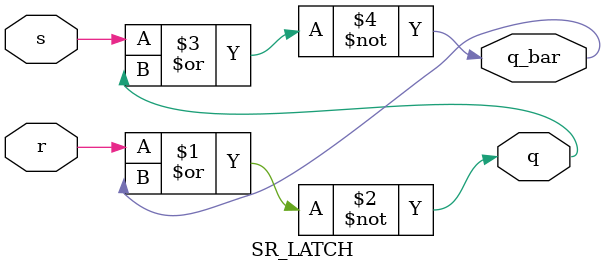
<source format=v>
module SR_LATCH(q,q_bar,s,r);
   input s,r;
   output q,q_bar;
   nor(q,r,q_bar);
   nor(q_bar,s,q);
endmodule // SR_LATCH

</source>
